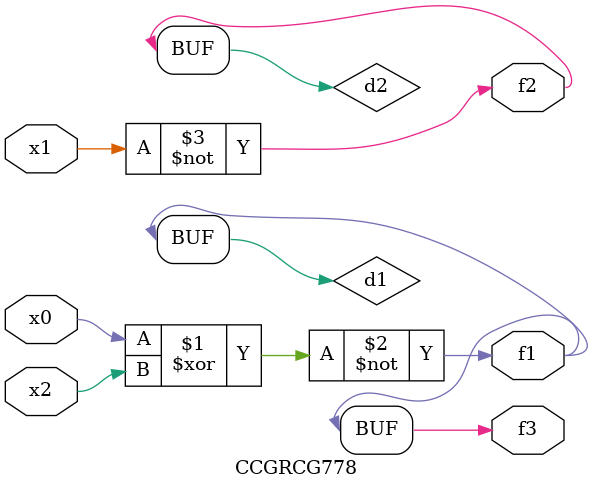
<source format=v>
module CCGRCG778(
	input x0, x1, x2,
	output f1, f2, f3
);

	wire d1, d2, d3;

	xnor (d1, x0, x2);
	nand (d2, x1);
	nor (d3, x1, x2);
	assign f1 = d1;
	assign f2 = d2;
	assign f3 = d1;
endmodule

</source>
